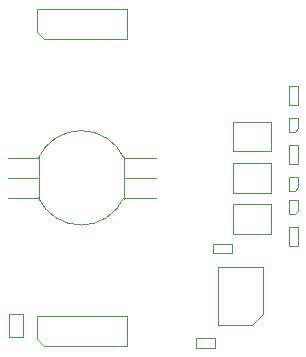
<source format=gbr>
G04 #@! TF.GenerationSoftware,KiCad,Pcbnew,5.1.4-e60b266~84~ubuntu18.04.1*
G04 #@! TF.CreationDate,2019-11-17T20:01:52-07:00*
G04 #@! TF.ProjectId,cob_5x5_lowpower,636f625f-3578-4355-9f6c-6f77706f7765,rev?*
G04 #@! TF.SameCoordinates,Original*
G04 #@! TF.FileFunction,Other,Fab,Top*
%FSLAX46Y46*%
G04 Gerber Fmt 4.6, Leading zero omitted, Abs format (unit mm)*
G04 Created by KiCad (PCBNEW 5.1.4-e60b266~84~ubuntu18.04.1) date 2019-11-17 20:01:52*
%MOMM*%
%LPD*%
G04 APERTURE LIST*
%ADD10C,0.100000*%
G04 APERTURE END LIST*
D10*
X118625231Y-113309527D02*
G75*
G03X115000000Y-111000000I-3625231J-1690473D01*
G01*
X111374769Y-113309527D02*
G75*
G02X115000000Y-111000000I3625231J-1690473D01*
G01*
X111374769Y-116690473D02*
G75*
G03X115000000Y-119000000I3625231J1690473D01*
G01*
X118625231Y-116690473D02*
G75*
G02X115000000Y-119000000I-3625231J1690473D01*
G01*
X111400000Y-116800000D02*
X111400000Y-113200000D01*
X118600000Y-113200000D02*
X118600000Y-116800000D01*
X111400000Y-113300000D02*
X108800000Y-113300000D01*
X108800000Y-115000000D02*
X111400000Y-115000000D01*
X111400000Y-116700000D02*
X108800000Y-116700000D01*
X118600000Y-116700000D02*
X121300000Y-116700000D01*
X121300000Y-115000000D02*
X118600000Y-115000000D01*
X118600000Y-113300000D02*
X121300000Y-113300000D01*
X111865000Y-103270000D02*
X111230000Y-102635000D01*
X118850000Y-103270000D02*
X111865000Y-103270000D01*
X118850000Y-100730000D02*
X118850000Y-103270000D01*
X111230000Y-100730000D02*
X118850000Y-100730000D01*
X111230000Y-102635000D02*
X111230000Y-100730000D01*
X130380000Y-126540000D02*
X129440000Y-127480000D01*
X130380000Y-122520000D02*
X130380000Y-126540000D01*
X126620000Y-122520000D02*
X130380000Y-122520000D01*
X126620000Y-127480000D02*
X126620000Y-122520000D01*
X129440000Y-127480000D02*
X126620000Y-127480000D01*
X132600000Y-119200000D02*
X133400000Y-119200000D01*
X133400000Y-119200000D02*
X133400000Y-120800000D01*
X133400000Y-120800000D02*
X132600000Y-120800000D01*
X132600000Y-120800000D02*
X132600000Y-119200000D01*
X133400000Y-113800000D02*
X132600000Y-113800000D01*
X132600000Y-113800000D02*
X132600000Y-112200000D01*
X132600000Y-112200000D02*
X133400000Y-112200000D01*
X133400000Y-112200000D02*
X133400000Y-113800000D01*
X132600000Y-107200000D02*
X133400000Y-107200000D01*
X133400000Y-107200000D02*
X133400000Y-108800000D01*
X133400000Y-108800000D02*
X132600000Y-108800000D01*
X132600000Y-108800000D02*
X132600000Y-107200000D01*
X127900000Y-119750000D02*
X127900000Y-117250000D01*
X127900000Y-117250000D02*
X131100000Y-117250000D01*
X131100000Y-117250000D02*
X131100000Y-119750000D01*
X131100000Y-119750000D02*
X127900000Y-119750000D01*
X127900000Y-116250000D02*
X127900000Y-113750000D01*
X127900000Y-113750000D02*
X131100000Y-113750000D01*
X131100000Y-113750000D02*
X131100000Y-116250000D01*
X131100000Y-116250000D02*
X127900000Y-116250000D01*
X127900000Y-112750000D02*
X127900000Y-110250000D01*
X127900000Y-110250000D02*
X131100000Y-110250000D01*
X131100000Y-110250000D02*
X131100000Y-112750000D01*
X131100000Y-112750000D02*
X127900000Y-112750000D01*
X132600000Y-118100000D02*
X132600000Y-116900000D01*
X132600000Y-116900000D02*
X133400000Y-116900000D01*
X133400000Y-116900000D02*
X133400000Y-117800000D01*
X133400000Y-117800000D02*
X133100000Y-118100000D01*
X133100000Y-118100000D02*
X132600000Y-118100000D01*
X132600000Y-116100000D02*
X132600000Y-114900000D01*
X132600000Y-114900000D02*
X133400000Y-114900000D01*
X133400000Y-114900000D02*
X133400000Y-115800000D01*
X133400000Y-115800000D02*
X133100000Y-116100000D01*
X133100000Y-116100000D02*
X132600000Y-116100000D01*
X132600000Y-111100000D02*
X132600000Y-109900000D01*
X132600000Y-109900000D02*
X133400000Y-109900000D01*
X133400000Y-109900000D02*
X133400000Y-110800000D01*
X133400000Y-110800000D02*
X133100000Y-111100000D01*
X133100000Y-111100000D02*
X132600000Y-111100000D01*
X111865000Y-129270000D02*
X111230000Y-128635000D01*
X118850000Y-129270000D02*
X111865000Y-129270000D01*
X118850000Y-126730000D02*
X118850000Y-129270000D01*
X111230000Y-126730000D02*
X118850000Y-126730000D01*
X111230000Y-128635000D02*
X111230000Y-126730000D01*
X126300000Y-129400000D02*
X124700000Y-129400000D01*
X126300000Y-128600000D02*
X126300000Y-129400000D01*
X124700000Y-128600000D02*
X126300000Y-128600000D01*
X124700000Y-129400000D02*
X124700000Y-128600000D01*
X127800000Y-120600000D02*
X127800000Y-121400000D01*
X127800000Y-121400000D02*
X126200000Y-121400000D01*
X126200000Y-121400000D02*
X126200000Y-120600000D01*
X126200000Y-120600000D02*
X127800000Y-120600000D01*
X108900000Y-128500000D02*
X108900000Y-126500000D01*
X110100000Y-128500000D02*
X108900000Y-128500000D01*
X110100000Y-126500000D02*
X110100000Y-128500000D01*
X108900000Y-126500000D02*
X110100000Y-126500000D01*
M02*

</source>
